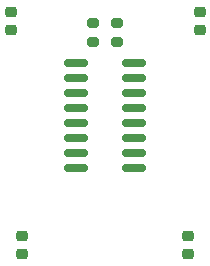
<source format=gbr>
%TF.GenerationSoftware,KiCad,Pcbnew,7.0.7*%
%TF.CreationDate,2024-04-10T23:56:21-07:00*%
%TF.ProjectId,USBTTL,55534254-544c-42e6-9b69-6361645f7063,rev?*%
%TF.SameCoordinates,Original*%
%TF.FileFunction,Paste,Top*%
%TF.FilePolarity,Positive*%
%FSLAX46Y46*%
G04 Gerber Fmt 4.6, Leading zero omitted, Abs format (unit mm)*
G04 Created by KiCad (PCBNEW 7.0.7) date 2024-04-10 23:56:21*
%MOMM*%
%LPD*%
G01*
G04 APERTURE LIST*
G04 Aperture macros list*
%AMRoundRect*
0 Rectangle with rounded corners*
0 $1 Rounding radius*
0 $2 $3 $4 $5 $6 $7 $8 $9 X,Y pos of 4 corners*
0 Add a 4 corners polygon primitive as box body*
4,1,4,$2,$3,$4,$5,$6,$7,$8,$9,$2,$3,0*
0 Add four circle primitives for the rounded corners*
1,1,$1+$1,$2,$3*
1,1,$1+$1,$4,$5*
1,1,$1+$1,$6,$7*
1,1,$1+$1,$8,$9*
0 Add four rect primitives between the rounded corners*
20,1,$1+$1,$2,$3,$4,$5,0*
20,1,$1+$1,$4,$5,$6,$7,0*
20,1,$1+$1,$6,$7,$8,$9,0*
20,1,$1+$1,$8,$9,$2,$3,0*%
G04 Aperture macros list end*
%ADD10RoundRect,0.150000X-0.825000X-0.150000X0.825000X-0.150000X0.825000X0.150000X-0.825000X0.150000X0*%
%ADD11RoundRect,0.225000X-0.250000X0.225000X-0.250000X-0.225000X0.250000X-0.225000X0.250000X0.225000X0*%
%ADD12RoundRect,0.200000X-0.275000X0.200000X-0.275000X-0.200000X0.275000X-0.200000X0.275000X0.200000X0*%
%ADD13RoundRect,0.225000X0.250000X-0.225000X0.250000X0.225000X-0.250000X0.225000X-0.250000X-0.225000X0*%
G04 APERTURE END LIST*
D10*
%TO.C,U1*%
X67525000Y-45555000D03*
X67525000Y-46825000D03*
X67525000Y-48095000D03*
X67525000Y-49365000D03*
X67525000Y-50635000D03*
X67525000Y-51905000D03*
X67525000Y-53175000D03*
X67525000Y-54445000D03*
X72475000Y-54445000D03*
X72475000Y-53175000D03*
X72475000Y-51905000D03*
X72475000Y-50635000D03*
X72475000Y-49365000D03*
X72475000Y-48095000D03*
X72475000Y-46825000D03*
X72475000Y-45555000D03*
%TD*%
D11*
%TO.C,C3*%
X77000000Y-60225000D03*
X77000000Y-61775000D03*
%TD*%
D12*
%TO.C,R2*%
X69000000Y-42175000D03*
X69000000Y-43825000D03*
%TD*%
%TO.C,R1*%
X71000000Y-42175000D03*
X71000000Y-43825000D03*
%TD*%
D13*
%TO.C,C2*%
X78000000Y-42775000D03*
X78000000Y-41225000D03*
%TD*%
%TO.C,C4*%
X63000000Y-61775000D03*
X63000000Y-60225000D03*
%TD*%
D11*
%TO.C,C1*%
X62000000Y-41225000D03*
X62000000Y-42775000D03*
%TD*%
M02*

</source>
